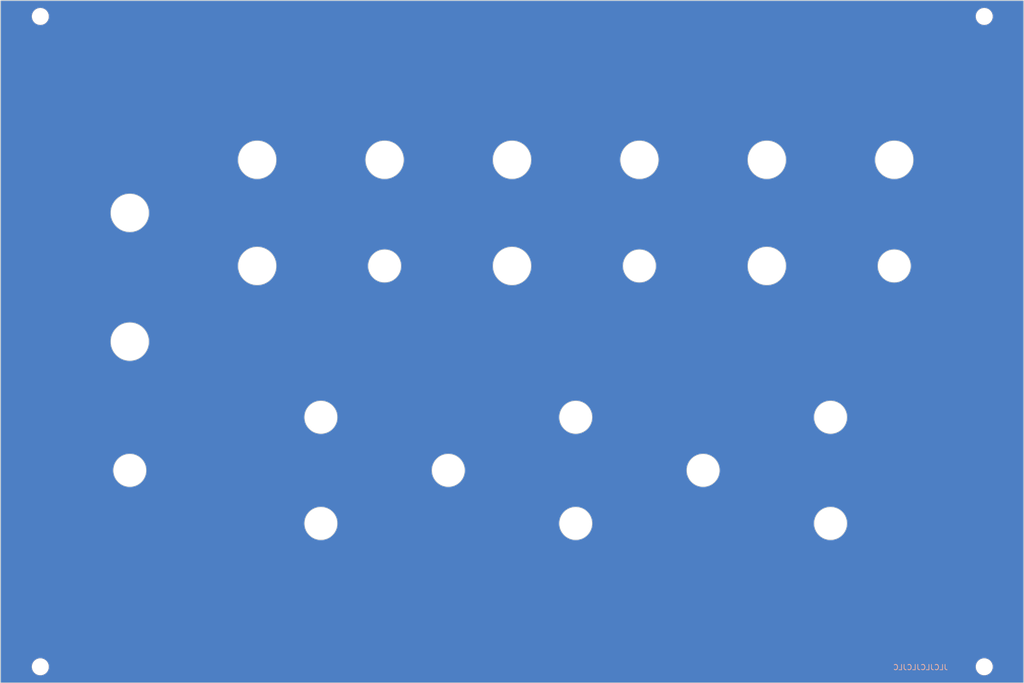
<source format=kicad_pcb>
(kicad_pcb (version 20211014) (generator pcbnew)
  (layers (0 "F.Cu" signal) (31 "B.Cu" signal) (34 "B.Paste" user) (35 "F.Paste" user) (36 "B.SilkS" user "B.Silkscreen") (37 "F.SilkS" user "F.Silkscreen") (38 "B.Mask" user) (39 "F.Mask" user) (44 "Edge.Cuts" user))
  (net 0 "")
  (gr_circle (center 170.85 54.9) (end 174.45 54.9) (layer "Edge.Cuts") (width 0.1) (fill none))
  (gr_circle (center 122.85 74.9) (end 125.95 74.9) (layer "Edge.Cuts") (width 0.1) (fill none))
  (gr_circle (center 235.8 150.4) (end 237.4 150.4) (layer "Edge.Cuts") (width 0.05) (fill none))
  (gr_circle (center 110.85 123.4) (end 113.95 123.4) (layer "Edge.Cuts") (width 0.1) (fill none))
  (gr_circle (center 206.85 123.4) (end 209.95 123.4) (layer "Edge.Cuts") (width 0.1) (fill none))
  (gr_circle (center 182.85 113.4) (end 185.95 113.4) (layer "Edge.Cuts") (width 0.1) (fill none))
  (gr_rect (start 50.5 24.9) (end 243.2 153.4) (layer "Edge.Cuts") (width 0.1) (fill none))
  (gr_circle (center 218.85 54.9) (end 222.45 54.9) (layer "Edge.Cuts") (width 0.1) (fill none))
  (gr_circle (center 194.85 74.9) (end 198.45 74.9) (layer "Edge.Cuts") (width 0.1) (fill none))
  (gr_circle (center 98.85 54.9) (end 102.45 54.9) (layer "Edge.Cuts") (width 0.1) (fill none))
  (gr_circle (center 74.85 64.9) (end 78.45 64.9) (layer "Edge.Cuts") (width 0.1) (fill none))
  (gr_circle (center 74.85 113.4) (end 77.95 113.4) (layer "Edge.Cuts") (width 0.1) (fill none))
  (gr_circle (center 110.85 103.4) (end 113.95 103.4) (layer "Edge.Cuts") (width 0.1) (fill none))
  (gr_circle (center 58 27.9) (end 59.6 27.9) (layer "Edge.Cuts") (width 0.05) (fill none))
  (gr_circle (center 122.85 54.9) (end 126.45 54.9) (layer "Edge.Cuts") (width 0.1) (fill none))
  (gr_circle (center 146.85 74.9) (end 150.45 74.9) (layer "Edge.Cuts") (width 0.1) (fill none))
  (gr_circle (center 58 150.4) (end 59.6 150.4) (layer "Edge.Cuts") (width 0.05) (fill none))
  (gr_circle (center 158.85 103.4) (end 161.95 103.4) (layer "Edge.Cuts") (width 0.1) (fill none))
  (gr_circle (center 235.8 27.9) (end 237.4 27.9) (layer "Edge.Cuts") (width 0.05) (fill none))
  (gr_circle (center 146.85 54.9) (end 150.45 54.9) (layer "Edge.Cuts") (width 0.1) (fill none))
  (gr_circle (center 134.85 113.4) (end 137.95 113.4) (layer "Edge.Cuts") (width 0.1) (fill none))
  (gr_circle (center 158.85 123.4) (end 161.95 123.4) (layer "Edge.Cuts") (width 0.1) (fill none))
  (gr_circle (center 98.85 74.9) (end 102.45 74.9) (layer "Edge.Cuts") (width 0.1) (fill none))
  (gr_circle (center 170.85 74.9) (end 173.95 74.9) (layer "Edge.Cuts") (width 0.1) (fill none))
  (gr_circle (center 74.85 89.15) (end 78.45 89.15) (layer "Edge.Cuts") (width 0.1) (fill none))
  (gr_circle (center 218.85 74.9) (end 221.95 74.9) (layer "Edge.Cuts") (width 0.1) (fill none))
  (gr_circle (center 194.85 54.9) (end 198.45 54.9) (layer "Edge.Cuts") (width 0.1) (fill none))
  (gr_circle (center 206.85 103.4) (end 209.95 103.4) (layer "Edge.Cuts") (width 0.1) (fill none))
  (gr_text "JLCJLCJLCJLC" (at 223.8 150.5) (layer "B.SilkS") (effects (font (size 1 1)) (justify mirror)))
  (zone (net 0) (net_name "") (layer "F.Cu") (connect_pads (clearance 0)) (min_thickness 0.254) (fill yes (thermal_gap 0.508) (thermal_bridge_width 0.508))
    (polygon (pts (xy 243.3 153.5) (xy 50.4 153.5) (xy 50.4 24.8) (xy 243.3 24.8)))
  )
  (zone (net 0) (net_name "") (layer "B.Cu") (connect_pads (clearance 0)) (min_thickness 0.254) (fill yes (thermal_gap 0.508) (thermal_bridge_width 0.508))
    (polygon (pts (xy 243.3 153.5) (xy 50.4 153.5) (xy 50.4 24.8) (xy 243.3 24.8)))
  )
)
</source>
